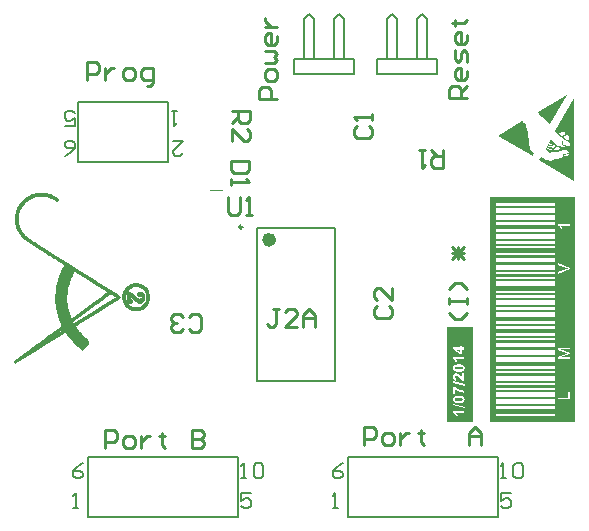
<source format=gto>
%FSLAX24Y24*%
%MOIN*%
G70*
G01*
G75*
G04 Layer_Color=65535*
%ADD10R,0.0433X0.0394*%
%ADD11R,0.0394X0.0433*%
%ADD12R,0.0354X0.0276*%
%ADD13R,0.0276X0.0354*%
%ADD14O,0.0787X0.0236*%
%ADD15C,0.0100*%
%ADD16R,0.0100X0.0200*%
%ADD17R,0.0591X0.0591*%
%ADD18C,0.0591*%
%ADD19C,0.1969*%
%ADD20C,0.0500*%
%ADD21C,0.0098*%
%ADD22C,0.0236*%
%ADD23C,0.0079*%
%ADD24C,0.0039*%
%ADD25C,0.0090*%
%ADD26C,0.0080*%
G36*
X15893Y5827D02*
X15009D01*
Y8993D01*
X15893D01*
Y5827D01*
D02*
G37*
G36*
X19291D02*
X16443D01*
Y13307D01*
X19291D01*
Y5827D01*
D02*
G37*
G36*
X18457Y15742D02*
X18284Y15926D01*
X18215Y15976D01*
X18211D01*
X18200Y15984D01*
X18180Y15988D01*
X18161Y15996D01*
X18142Y16007D01*
X18123Y16015D01*
X18111Y16026D01*
X18107Y16034D01*
X18073Y16115D01*
X18050Y16145D01*
X18057Y16172D01*
X19018Y16726D01*
X18457Y15742D01*
D02*
G37*
G36*
X17527Y15849D02*
X17538Y15838D01*
X17554Y15826D01*
X17573Y15803D01*
X17600Y15776D01*
X17627Y15738D01*
X17658Y15692D01*
X17708Y15450D01*
Y15446D01*
Y15434D01*
X17711Y15415D01*
Y15388D01*
X17715Y15361D01*
X17719Y15323D01*
X17727Y15246D01*
X17738Y15158D01*
X17750Y15073D01*
X17765Y14992D01*
X17777Y14954D01*
X17784Y14923D01*
X17831Y14850D01*
X17915Y14785D01*
X17861Y14681D01*
X16700Y15357D01*
X17519Y15853D01*
X17523D01*
X17527Y15849D01*
D02*
G37*
G36*
X19241Y13854D02*
X18077Y14546D01*
X18138Y14669D01*
X18265Y14596D01*
X18273Y14592D01*
X18292Y14581D01*
X18323Y14569D01*
X18361Y14554D01*
X18403Y14542D01*
X18442Y14535D01*
X18480D01*
X18515Y14542D01*
X18642Y14589D01*
X18676D01*
X18707Y14596D01*
X18745Y14608D01*
X18795Y14623D01*
X18826Y14635D01*
X18861Y14646D01*
X18872Y14658D01*
Y14662D01*
Y14669D01*
Y14685D01*
Y14700D01*
X18880Y14735D01*
X18888Y14746D01*
X18899Y14758D01*
X19091Y14796D01*
Y14800D01*
X19088Y14808D01*
X19084Y14823D01*
X19072Y14838D01*
X19057Y14854D01*
X19034Y14869D01*
X19003Y14881D01*
X18965Y14888D01*
X18922D01*
X18895Y14885D01*
X18861Y14881D01*
X18815Y14869D01*
X18765Y14858D01*
X18684Y14808D01*
X18619Y14838D01*
X18557D01*
X18530Y14831D01*
X18499Y14823D01*
X18465Y14808D01*
X18434Y14785D01*
Y14789D01*
X18430Y14792D01*
X18415Y14815D01*
X18392Y14846D01*
X18353Y14873D01*
X18276Y14912D01*
X18307Y14962D01*
X18399Y14912D01*
X18403Y14904D01*
X18419Y14888D01*
X18442Y14873D01*
X18457Y14869D01*
X18476D01*
X18492Y14873D01*
X18511Y14877D01*
X18538Y14885D01*
X18607D01*
X18649Y14881D01*
X18692Y14873D01*
X18807Y14938D01*
X18703Y14988D01*
X18688D01*
X18672Y14985D01*
X18653Y14977D01*
X18626Y14965D01*
X18599Y14950D01*
X18565Y14927D01*
X18534Y14896D01*
Y14900D01*
X18526Y14904D01*
X18519Y14912D01*
X18503Y14923D01*
X18480Y14931D01*
X18457Y14938D01*
X18423Y14942D01*
X18384Y14946D01*
X18330Y14992D01*
X18346Y15038D01*
X18411Y14988D01*
X18457D01*
X18499Y14981D01*
X18542Y14962D01*
X18584Y14996D01*
X18634Y15015D01*
X18592Y15054D01*
X18561Y15050D01*
Y15046D01*
X18553Y15042D01*
X18538Y15023D01*
X18526Y15015D01*
X18519Y15011D01*
X18507D01*
X18496Y15015D01*
X18415Y15035D01*
X18369Y15065D01*
X18384Y15100D01*
X18388D01*
X18392Y15092D01*
X18419Y15077D01*
X18449Y15061D01*
X18469Y15058D01*
X18484Y15054D01*
X18542Y15077D01*
Y15081D01*
Y15088D01*
X18534Y15104D01*
X18526Y15115D01*
X18515Y15131D01*
X18465Y15096D01*
X18399Y15127D01*
X18461Y15242D01*
X18473D01*
X18484Y15234D01*
X18503Y15223D01*
X18526Y15204D01*
X18553Y15177D01*
X18588Y15138D01*
X18607Y15111D01*
X18626Y15085D01*
X18630D01*
X18638Y15077D01*
X18649Y15073D01*
X18669Y15061D01*
X18715Y15038D01*
X18769Y15015D01*
X18834Y14996D01*
X18895Y14981D01*
X18961Y14977D01*
X18988Y14981D01*
X19015Y14988D01*
X19007Y14992D01*
X18991Y14996D01*
X18965Y15004D01*
X18938Y15015D01*
X18907Y15027D01*
X18880Y15038D01*
X18861Y15050D01*
X18853Y15061D01*
X18849Y15065D01*
X18838Y15085D01*
X18834Y15100D01*
X18830Y15115D01*
Y15138D01*
X18834Y15165D01*
Y15169D01*
X18838Y15177D01*
X18849Y15204D01*
X18868Y15234D01*
X18899Y15261D01*
X18799Y15311D01*
X18622Y15496D01*
Y15534D01*
X19241Y16614D01*
Y13854D01*
D02*
G37*
%LPC*%
G36*
X18608Y8465D02*
X16640D01*
Y8307D01*
X18608D01*
Y8465D01*
D02*
G37*
G36*
Y7992D02*
X16640D01*
Y7835D01*
X18608D01*
Y7992D01*
D02*
G37*
G36*
Y7677D02*
X16640D01*
Y7598D01*
X18608D01*
Y7677D01*
D02*
G37*
G36*
Y8228D02*
X16640D01*
Y8071D01*
X18608D01*
Y8228D01*
D02*
G37*
G36*
X19094Y8293D02*
X18710D01*
Y8224D01*
X18977Y8132D01*
X18992Y8128D01*
X19004Y8123D01*
X19015Y8120D01*
X19024Y8117D01*
X19030Y8115D01*
X19035Y8113D01*
X19038Y8113D01*
X19039Y8112D01*
X19031Y8110D01*
X19022Y8107D01*
X19013Y8104D01*
X19003Y8101D01*
X18995Y8098D01*
X18989Y8096D01*
X18986Y8095D01*
X18984Y8094D01*
X18983Y8094D01*
X18982D01*
X18710Y8003D01*
Y7927D01*
X19094D01*
Y7976D01*
X18767D01*
X19094Y8086D01*
Y8132D01*
X18773Y8244D01*
X19094D01*
Y8293D01*
D02*
G37*
G36*
X18608Y8622D02*
X16640D01*
Y8543D01*
X18608D01*
Y8622D01*
D02*
G37*
G36*
Y9488D02*
X16640D01*
Y9331D01*
X18608D01*
Y9488D01*
D02*
G37*
G36*
Y9646D02*
X16640D01*
Y9567D01*
X18608D01*
Y9646D01*
D02*
G37*
G36*
Y9882D02*
X16640D01*
Y9724D01*
X18608D01*
Y9882D01*
D02*
G37*
G36*
Y8780D02*
X16640D01*
Y8701D01*
X18608D01*
Y8780D01*
D02*
G37*
G36*
Y9016D02*
X16640D01*
Y8937D01*
X18608D01*
Y9016D01*
D02*
G37*
G36*
Y9173D02*
X16640D01*
Y9094D01*
X18608D01*
Y9173D01*
D02*
G37*
G36*
Y7520D02*
X16640D01*
Y7441D01*
X18608D01*
Y7520D01*
D02*
G37*
G36*
X18899Y15503D02*
X18872D01*
X18853Y15500D01*
X18834Y15492D01*
X18807Y15484D01*
X18780Y15469D01*
X18749Y15446D01*
X18834Y15357D01*
X18965Y15430D01*
Y15434D01*
X18961Y15438D01*
X18953Y15461D01*
X18934Y15484D01*
X18918Y15496D01*
X18899Y15503D01*
D02*
G37*
G36*
X18608Y6102D02*
X16640D01*
Y6024D01*
X18608D01*
Y6102D01*
D02*
G37*
G36*
Y6339D02*
X16640D01*
Y6260D01*
X18608D01*
Y6339D01*
D02*
G37*
G36*
X19091Y14758D02*
X19065D01*
X19038Y14754D01*
X19007Y14750D01*
X18972Y14742D01*
X18942Y14735D01*
X18915Y14723D01*
X18899Y14708D01*
Y14677D01*
X18965Y14681D01*
X18968Y14696D01*
X19099Y14735D01*
X19091Y14758D01*
D02*
G37*
G36*
X18949Y15227D02*
X18930D01*
X18907Y15223D01*
X18888Y15211D01*
X18865Y15161D01*
Y15158D01*
Y15146D01*
Y15134D01*
Y15115D01*
X18876Y15085D01*
X18884Y15073D01*
X18899Y15065D01*
X19045Y15011D01*
X19072D01*
X19084Y15015D01*
X19095Y15023D01*
X19103Y15038D01*
X19114Y15061D01*
Y15065D01*
Y15077D01*
X19111Y15092D01*
X19099Y15115D01*
X19084Y15142D01*
X19053Y15169D01*
X19034Y15184D01*
X19011Y15196D01*
X18980Y15211D01*
X18949Y15227D01*
D02*
G37*
G36*
X19018Y15384D02*
X18999D01*
X18984Y15380D01*
X18968Y15377D01*
X18945Y15365D01*
X18918Y15354D01*
X18892Y15334D01*
X18899Y15311D01*
X19022Y15238D01*
X19045D01*
X19068Y15250D01*
X19080Y15257D01*
X19091Y15273D01*
Y15277D01*
Y15288D01*
Y15304D01*
X19088Y15323D01*
X19080Y15342D01*
X19065Y15357D01*
X19045Y15373D01*
X19018Y15384D01*
D02*
G37*
G36*
X18608Y6969D02*
X16640D01*
Y6890D01*
X18608D01*
Y6969D01*
D02*
G37*
G36*
Y7126D02*
X16640D01*
Y7047D01*
X18608D01*
Y7126D01*
D02*
G37*
G36*
Y7362D02*
X16640D01*
Y7205D01*
X18608D01*
Y7362D01*
D02*
G37*
G36*
Y6575D02*
X16640D01*
Y6417D01*
X18608D01*
Y6575D01*
D02*
G37*
G36*
X19094Y6823D02*
X19049D01*
Y6634D01*
X18710D01*
Y6583D01*
X19094D01*
Y6823D01*
D02*
G37*
G36*
X18608Y6811D02*
X16640D01*
Y6654D01*
X18608D01*
Y6811D01*
D02*
G37*
G36*
Y10039D02*
X16640D01*
Y9961D01*
X18608D01*
Y10039D01*
D02*
G37*
G36*
Y13110D02*
X16640D01*
Y13031D01*
X18608D01*
Y13110D01*
D02*
G37*
G36*
X15591Y6193D02*
X15205D01*
Y6132D01*
X15218Y6127D01*
X15230Y6120D01*
X15240Y6113D01*
X15249Y6105D01*
X15257Y6097D01*
X15262Y6091D01*
X15264Y6090D01*
X15265Y6088D01*
X15266Y6087D01*
X15266Y6086D01*
X15276Y6074D01*
X15283Y6062D01*
X15289Y6052D01*
X15294Y6042D01*
X15298Y6035D01*
X15300Y6029D01*
X15301Y6027D01*
X15302Y6025D01*
X15302Y6024D01*
Y6024D01*
X15369D01*
X15361Y6044D01*
X15352Y6062D01*
X15344Y6077D01*
X15339Y6085D01*
X15334Y6091D01*
X15330Y6098D01*
X15326Y6103D01*
X15323Y6108D01*
X15320Y6112D01*
X15317Y6115D01*
X15315Y6117D01*
X15314Y6118D01*
X15313Y6119D01*
X15591D01*
Y6193D01*
D02*
G37*
G36*
X15200Y6429D02*
Y6373D01*
X15597Y6279D01*
Y6333D01*
X15200Y6429D01*
D02*
G37*
G36*
X18608Y12480D02*
X16640D01*
Y12402D01*
X18608D01*
Y12480D01*
D02*
G37*
G36*
Y12717D02*
X16640D01*
Y12559D01*
X18608D01*
Y12717D01*
D02*
G37*
G36*
Y12953D02*
X16640D01*
Y12795D01*
X18608D01*
Y12953D01*
D02*
G37*
G36*
X15412Y6700D02*
X15402D01*
X15382Y6700D01*
X15364Y6699D01*
X15347Y6697D01*
X15331Y6695D01*
X15317Y6692D01*
X15304Y6689D01*
X15293Y6685D01*
X15282Y6682D01*
X15273Y6678D01*
X15266Y6675D01*
X15259Y6672D01*
X15254Y6669D01*
X15251Y6667D01*
X15248Y6665D01*
X15246Y6664D01*
X15245Y6663D01*
X15238Y6657D01*
X15232Y6650D01*
X15227Y6643D01*
X15222Y6636D01*
X15218Y6629D01*
X15215Y6621D01*
X15212Y6614D01*
X15210Y6607D01*
X15209Y6601D01*
X15207Y6595D01*
X15206Y6590D01*
X15206Y6585D01*
X15205Y6581D01*
Y6578D01*
Y6576D01*
Y6576D01*
X15206Y6566D01*
X15207Y6556D01*
X15209Y6547D01*
X15211Y6538D01*
X15214Y6531D01*
X15217Y6524D01*
X15221Y6517D01*
X15225Y6512D01*
X15228Y6506D01*
X15232Y6502D01*
X15235Y6497D01*
X15238Y6495D01*
X15241Y6492D01*
X15243Y6490D01*
X15244Y6489D01*
X15245Y6489D01*
X15254Y6482D01*
X15265Y6476D01*
X15277Y6471D01*
X15289Y6467D01*
X15302Y6464D01*
X15315Y6461D01*
X15341Y6456D01*
X15353Y6454D01*
X15364Y6453D01*
X15374Y6452D01*
X15383Y6452D01*
X15390Y6451D01*
X15401D01*
X15421Y6452D01*
X15440Y6453D01*
X15456Y6454D01*
X15472Y6457D01*
X15486Y6459D01*
X15498Y6462D01*
X15509Y6465D01*
X15519Y6468D01*
X15528Y6471D01*
X15536Y6475D01*
X15541Y6478D01*
X15546Y6480D01*
X15550Y6482D01*
X15553Y6484D01*
X15554Y6485D01*
X15555Y6485D01*
X15562Y6492D01*
X15569Y6499D01*
X15575Y6506D01*
X15579Y6514D01*
X15584Y6521D01*
X15587Y6529D01*
X15590Y6537D01*
X15592Y6544D01*
X15594Y6550D01*
X15595Y6557D01*
X15596Y6562D01*
X15597Y6567D01*
Y6571D01*
X15598Y6574D01*
Y6575D01*
Y6576D01*
X15597Y6586D01*
X15596Y6596D01*
X15594Y6605D01*
X15591Y6613D01*
X15588Y6620D01*
X15585Y6628D01*
X15582Y6634D01*
X15578Y6640D01*
X15574Y6645D01*
X15571Y6650D01*
X15568Y6654D01*
X15564Y6657D01*
X15562Y6660D01*
X15560Y6661D01*
X15559Y6662D01*
X15558Y6662D01*
X15549Y6669D01*
X15538Y6675D01*
X15526Y6680D01*
X15514Y6685D01*
X15501Y6688D01*
X15488Y6691D01*
X15462Y6696D01*
X15450Y6698D01*
X15438Y6699D01*
X15429Y6699D01*
X15419Y6700D01*
X15412Y6700D01*
D02*
G37*
G36*
Y7745D02*
X15402D01*
X15382Y7744D01*
X15364Y7743D01*
X15347Y7741D01*
X15331Y7739D01*
X15317Y7736D01*
X15304Y7733D01*
X15293Y7729D01*
X15282Y7726D01*
X15273Y7722D01*
X15266Y7719D01*
X15259Y7716D01*
X15254Y7713D01*
X15251Y7711D01*
X15248Y7709D01*
X15246Y7708D01*
X15245Y7707D01*
X15238Y7701D01*
X15232Y7694D01*
X15227Y7687D01*
X15222Y7680D01*
X15218Y7673D01*
X15215Y7666D01*
X15212Y7659D01*
X15210Y7652D01*
X15209Y7645D01*
X15207Y7639D01*
X15206Y7634D01*
X15206Y7629D01*
X15205Y7625D01*
Y7622D01*
Y7621D01*
Y7620D01*
X15206Y7610D01*
X15207Y7600D01*
X15209Y7591D01*
X15211Y7583D01*
X15214Y7575D01*
X15217Y7568D01*
X15221Y7562D01*
X15225Y7556D01*
X15228Y7550D01*
X15232Y7546D01*
X15235Y7542D01*
X15238Y7539D01*
X15241Y7536D01*
X15243Y7534D01*
X15244Y7534D01*
X15245Y7533D01*
X15254Y7526D01*
X15265Y7521D01*
X15277Y7515D01*
X15289Y7511D01*
X15302Y7508D01*
X15315Y7505D01*
X15341Y7500D01*
X15353Y7498D01*
X15364Y7497D01*
X15374Y7497D01*
X15383Y7496D01*
X15390Y7495D01*
X15401D01*
X15421Y7496D01*
X15440Y7497D01*
X15456Y7498D01*
X15472Y7501D01*
X15486Y7503D01*
X15498Y7506D01*
X15509Y7510D01*
X15519Y7512D01*
X15528Y7515D01*
X15536Y7519D01*
X15541Y7522D01*
X15546Y7524D01*
X15550Y7526D01*
X15553Y7528D01*
X15554Y7529D01*
X15555Y7529D01*
X15562Y7536D01*
X15569Y7543D01*
X15575Y7550D01*
X15579Y7558D01*
X15584Y7566D01*
X15587Y7573D01*
X15590Y7581D01*
X15592Y7588D01*
X15594Y7594D01*
X15595Y7601D01*
X15596Y7606D01*
X15597Y7611D01*
Y7615D01*
X15598Y7618D01*
Y7620D01*
Y7620D01*
X15597Y7630D01*
X15596Y7640D01*
X15594Y7649D01*
X15591Y7657D01*
X15588Y7665D01*
X15585Y7672D01*
X15582Y7679D01*
X15578Y7684D01*
X15574Y7690D01*
X15571Y7694D01*
X15568Y7698D01*
X15564Y7701D01*
X15562Y7704D01*
X15560Y7705D01*
X15559Y7706D01*
X15558Y7707D01*
X15549Y7713D01*
X15538Y7719D01*
X15526Y7724D01*
X15514Y7729D01*
X15501Y7732D01*
X15488Y7735D01*
X15462Y7740D01*
X15450Y7742D01*
X15438Y7743D01*
X15429Y7744D01*
X15419Y7744D01*
X15412Y7745D01*
D02*
G37*
G36*
X15591Y7983D02*
X15205D01*
Y7923D01*
X15218Y7917D01*
X15230Y7910D01*
X15240Y7903D01*
X15249Y7895D01*
X15257Y7887D01*
X15262Y7882D01*
X15264Y7880D01*
X15265Y7878D01*
X15266Y7877D01*
X15266Y7876D01*
X15276Y7864D01*
X15283Y7852D01*
X15289Y7842D01*
X15294Y7832D01*
X15298Y7825D01*
X15300Y7819D01*
X15301Y7817D01*
X15302Y7815D01*
X15302Y7814D01*
Y7814D01*
X15369D01*
X15361Y7834D01*
X15352Y7852D01*
X15344Y7868D01*
X15339Y7875D01*
X15334Y7882D01*
X15330Y7888D01*
X15326Y7893D01*
X15323Y7898D01*
X15320Y7902D01*
X15317Y7905D01*
X15315Y7907D01*
X15314Y7908D01*
X15313Y7909D01*
X15591D01*
Y7983D01*
D02*
G37*
G36*
X15513Y8355D02*
X15449D01*
Y8308D01*
X15205D01*
Y8246D01*
X15450Y8079D01*
X15513D01*
Y8237D01*
X15591D01*
Y8308D01*
X15513D01*
Y8355D01*
D02*
G37*
G36*
X15265Y7001D02*
X15212D01*
Y6750D01*
X15280D01*
Y6916D01*
X15306Y6898D01*
X15331Y6882D01*
X15357Y6868D01*
X15368Y6861D01*
X15379Y6856D01*
X15390Y6851D01*
X15399Y6846D01*
X15408Y6843D01*
X15415Y6840D01*
X15421Y6837D01*
X15426Y6835D01*
X15428Y6834D01*
X15429Y6834D01*
X15444Y6829D01*
X15460Y6823D01*
X15475Y6819D01*
X15489Y6816D01*
X15503Y6813D01*
X15516Y6810D01*
X15529Y6808D01*
X15541Y6806D01*
X15551Y6805D01*
X15561Y6803D01*
X15569Y6802D01*
X15577Y6802D01*
X15583D01*
X15587Y6801D01*
X15591D01*
Y6872D01*
X15571Y6872D01*
X15551Y6874D01*
X15532Y6877D01*
X15523Y6878D01*
X15515Y6880D01*
X15506Y6881D01*
X15499Y6883D01*
X15492Y6884D01*
X15486Y6886D01*
X15482Y6886D01*
X15479Y6888D01*
X15476Y6888D01*
X15476D01*
X15452Y6895D01*
X15429Y6903D01*
X15419Y6907D01*
X15409Y6911D01*
X15399Y6915D01*
X15390Y6919D01*
X15382Y6923D01*
X15375Y6926D01*
X15369Y6929D01*
X15364Y6932D01*
X15359Y6934D01*
X15356Y6936D01*
X15354Y6937D01*
X15354Y6937D01*
X15343Y6943D01*
X15333Y6950D01*
X15324Y6956D01*
X15316Y6961D01*
X15308Y6967D01*
X15300Y6972D01*
X15294Y6977D01*
X15288Y6981D01*
X15283Y6985D01*
X15278Y6989D01*
X15274Y6993D01*
X15271Y6996D01*
X15269Y6998D01*
X15266Y7000D01*
X15266Y7001D01*
X15265Y7001D01*
D02*
G37*
G36*
X15200Y7175D02*
Y7119D01*
X15597Y7025D01*
Y7079D01*
X15200Y7175D01*
D02*
G37*
G36*
X15591Y7446D02*
X15522D01*
Y7299D01*
X15515Y7304D01*
X15509Y7309D01*
X15506Y7311D01*
X15504Y7312D01*
X15503Y7314D01*
X15502Y7314D01*
X15500Y7316D01*
X15498Y7319D01*
X15491Y7325D01*
X15484Y7332D01*
X15477Y7340D01*
X15470Y7347D01*
X15465Y7353D01*
X15462Y7354D01*
X15461Y7356D01*
X15460Y7357D01*
X15460Y7358D01*
X15448Y7370D01*
X15438Y7380D01*
X15430Y7389D01*
X15423Y7395D01*
X15417Y7401D01*
X15413Y7404D01*
X15411Y7406D01*
X15410Y7407D01*
X15401Y7414D01*
X15392Y7420D01*
X15384Y7425D01*
X15376Y7429D01*
X15371Y7432D01*
X15366Y7435D01*
X15363Y7436D01*
X15362Y7436D01*
X15353Y7439D01*
X15344Y7442D01*
X15335Y7443D01*
X15328Y7445D01*
X15321Y7445D01*
X15316Y7446D01*
X15312D01*
X15304Y7445D01*
X15296Y7445D01*
X15281Y7440D01*
X15268Y7435D01*
X15257Y7429D01*
X15248Y7424D01*
X15244Y7421D01*
X15241Y7418D01*
X15239Y7416D01*
X15237Y7414D01*
X15237Y7414D01*
X15236Y7413D01*
X15231Y7407D01*
X15226Y7400D01*
X15221Y7393D01*
X15218Y7386D01*
X15213Y7370D01*
X15209Y7356D01*
X15207Y7349D01*
X15207Y7343D01*
X15206Y7338D01*
X15206Y7333D01*
X15205Y7329D01*
Y7326D01*
Y7324D01*
Y7323D01*
Y7314D01*
X15206Y7305D01*
X15209Y7288D01*
X15214Y7274D01*
X15216Y7267D01*
X15218Y7261D01*
X15221Y7256D01*
X15223Y7251D01*
X15226Y7247D01*
X15228Y7244D01*
X15230Y7241D01*
X15231Y7239D01*
X15231Y7238D01*
X15232Y7237D01*
X15237Y7232D01*
X15243Y7226D01*
X15250Y7221D01*
X15257Y7216D01*
X15271Y7209D01*
X15285Y7204D01*
X15292Y7202D01*
X15299Y7201D01*
X15304Y7199D01*
X15309Y7198D01*
X15313Y7197D01*
X15316D01*
X15319Y7197D01*
X15319D01*
X15326Y7270D01*
X15315Y7271D01*
X15305Y7273D01*
X15297Y7276D01*
X15291Y7278D01*
X15286Y7281D01*
X15283Y7283D01*
X15280Y7284D01*
X15280Y7285D01*
X15275Y7291D01*
X15272Y7297D01*
X15269Y7303D01*
X15268Y7309D01*
X15266Y7314D01*
X15266Y7318D01*
Y7321D01*
Y7322D01*
X15266Y7330D01*
X15268Y7338D01*
X15270Y7344D01*
X15272Y7349D01*
X15275Y7353D01*
X15277Y7356D01*
X15279Y7358D01*
X15279Y7359D01*
X15285Y7363D01*
X15291Y7366D01*
X15297Y7369D01*
X15303Y7370D01*
X15309Y7371D01*
X15313Y7372D01*
X15317D01*
X15326Y7371D01*
X15334Y7370D01*
X15341Y7367D01*
X15348Y7364D01*
X15354Y7362D01*
X15358Y7359D01*
X15361Y7357D01*
X15362Y7357D01*
X15366Y7354D01*
X15370Y7351D01*
X15374Y7347D01*
X15379Y7342D01*
X15389Y7332D01*
X15400Y7322D01*
X15409Y7312D01*
X15414Y7307D01*
X15417Y7304D01*
X15420Y7300D01*
X15423Y7298D01*
X15424Y7296D01*
X15425Y7295D01*
X15436Y7284D01*
X15445Y7274D01*
X15455Y7265D01*
X15464Y7256D01*
X15472Y7249D01*
X15479Y7242D01*
X15486Y7236D01*
X15493Y7230D01*
X15498Y7226D01*
X15503Y7222D01*
X15507Y7219D01*
X15511Y7216D01*
X15514Y7215D01*
X15516Y7214D01*
X15517Y7212D01*
X15517D01*
X15530Y7205D01*
X15543Y7200D01*
X15555Y7195D01*
X15567Y7192D01*
X15577Y7190D01*
X15581Y7190D01*
X15584Y7189D01*
X15586Y7188D01*
X15589Y7188D01*
X15591D01*
Y7446D01*
D02*
G37*
G36*
X18608Y10827D02*
X16640D01*
Y10748D01*
X18608D01*
Y10827D01*
D02*
G37*
G36*
X18710Y11119D02*
Y11068D01*
X18989Y10964D01*
X19001Y10960D01*
X19013Y10955D01*
X19023Y10952D01*
X19032Y10949D01*
X19041Y10947D01*
X19047Y10945D01*
X19049Y10944D01*
X19051Y10944D01*
X19052Y10943D01*
X19052D01*
X19030Y10937D01*
X19020Y10933D01*
X19010Y10930D01*
X19001Y10927D01*
X18995Y10925D01*
X18993Y10924D01*
X18991Y10923D01*
X18990Y10923D01*
X18989D01*
X18710Y10823D01*
Y10768D01*
X19094Y10917D01*
Y10969D01*
X18710Y11119D01*
D02*
G37*
G36*
X18608Y11063D02*
X16640D01*
Y10905D01*
X18608D01*
Y11063D01*
D02*
G37*
G36*
Y10512D02*
X16640D01*
Y10354D01*
X18608D01*
Y10512D01*
D02*
G37*
G36*
Y10197D02*
X16640D01*
Y10118D01*
X18608D01*
Y10197D01*
D02*
G37*
G36*
Y10669D02*
X16640D01*
Y10591D01*
X18608D01*
Y10669D01*
D02*
G37*
G36*
Y11299D02*
X16640D01*
Y11142D01*
X18608D01*
Y11299D01*
D02*
G37*
G36*
Y12087D02*
X16640D01*
Y11929D01*
X18608D01*
Y12087D01*
D02*
G37*
G36*
Y12244D02*
X16640D01*
Y12165D01*
X18608D01*
Y12244D01*
D02*
G37*
G36*
X19094Y12413D02*
X18708D01*
Y12382D01*
X18718Y12377D01*
X18727Y12370D01*
X18736Y12363D01*
X18744Y12356D01*
X18751Y12350D01*
X18756Y12345D01*
X18759Y12341D01*
X18760Y12341D01*
X18760Y12340D01*
X18770Y12329D01*
X18779Y12317D01*
X18786Y12305D01*
X18793Y12295D01*
X18798Y12286D01*
X18800Y12281D01*
X18801Y12278D01*
X18803Y12276D01*
X18804Y12273D01*
X18805Y12272D01*
Y12272D01*
X18851D01*
X18848Y12280D01*
X18844Y12288D01*
X18840Y12297D01*
X18836Y12304D01*
X18832Y12311D01*
X18829Y12316D01*
X18827Y12319D01*
X18827Y12320D01*
Y12321D01*
X18821Y12331D01*
X18814Y12339D01*
X18809Y12347D01*
X18804Y12353D01*
X18800Y12359D01*
X18797Y12363D01*
X18794Y12365D01*
X18794Y12366D01*
X19094D01*
Y12413D01*
D02*
G37*
G36*
X18608Y11850D02*
X16640D01*
Y11772D01*
X18608D01*
Y11850D01*
D02*
G37*
G36*
Y11457D02*
X16640D01*
Y11378D01*
X18608D01*
Y11457D01*
D02*
G37*
G36*
Y11693D02*
X16640D01*
Y11614D01*
X18608D01*
Y11693D01*
D02*
G37*
%LPD*%
G36*
X15449Y8148D02*
X15317Y8237D01*
X15449D01*
Y8148D01*
D02*
G37*
G36*
X15425Y6622D02*
X15436D01*
X15445Y6621D01*
X15454Y6621D01*
X15462Y6620D01*
X15469Y6620D01*
X15475Y6619D01*
X15481Y6618D01*
X15485Y6617D01*
X15489Y6617D01*
X15492Y6616D01*
X15495Y6616D01*
X15497D01*
X15498Y6615D01*
X15498D01*
X15506Y6613D01*
X15512Y6610D01*
X15517Y6607D01*
X15522Y6605D01*
X15524Y6602D01*
X15527Y6600D01*
X15528Y6599D01*
X15529Y6599D01*
X15531Y6595D01*
X15533Y6591D01*
X15536Y6583D01*
X15536Y6581D01*
X15537Y6578D01*
Y6576D01*
Y6576D01*
X15536Y6571D01*
X15536Y6567D01*
X15534Y6562D01*
X15533Y6559D01*
X15531Y6556D01*
X15530Y6554D01*
X15529Y6552D01*
X15529Y6552D01*
X15524Y6548D01*
X15520Y6545D01*
X15515Y6543D01*
X15509Y6540D01*
X15503Y6538D01*
X15499Y6537D01*
X15496Y6536D01*
X15495Y6535D01*
X15490Y6534D01*
X15483Y6533D01*
X15477Y6533D01*
X15469Y6532D01*
X15454Y6531D01*
X15438Y6530D01*
X15424D01*
X15418Y6529D01*
X15389D01*
X15378Y6530D01*
X15368D01*
X15358Y6530D01*
X15349Y6531D01*
X15341Y6531D01*
X15334Y6532D01*
X15328Y6533D01*
X15323Y6533D01*
X15318Y6534D01*
X15314Y6534D01*
X15310Y6535D01*
X15308Y6535D01*
X15306Y6536D01*
X15305D01*
X15297Y6538D01*
X15291Y6541D01*
X15286Y6544D01*
X15282Y6546D01*
X15279Y6548D01*
X15276Y6550D01*
X15275Y6551D01*
X15275Y6552D01*
X15272Y6556D01*
X15269Y6560D01*
X15268Y6564D01*
X15267Y6568D01*
X15266Y6571D01*
X15266Y6574D01*
Y6575D01*
Y6576D01*
X15266Y6581D01*
X15267Y6585D01*
X15269Y6589D01*
X15270Y6592D01*
X15272Y6595D01*
X15273Y6597D01*
X15274Y6598D01*
X15275Y6599D01*
X15279Y6602D01*
X15283Y6606D01*
X15295Y6611D01*
X15300Y6613D01*
X15304Y6614D01*
X15307Y6616D01*
X15309D01*
X15314Y6617D01*
X15320Y6618D01*
X15327Y6619D01*
X15334Y6620D01*
X15349Y6621D01*
X15365Y6622D01*
X15379D01*
X15385Y6623D01*
X15414D01*
X15425Y6622D01*
D02*
G37*
G36*
Y7666D02*
X15436D01*
X15445Y7666D01*
X15454Y7665D01*
X15462Y7665D01*
X15469Y7664D01*
X15475Y7663D01*
X15481Y7662D01*
X15485Y7662D01*
X15489Y7661D01*
X15492Y7660D01*
X15495Y7660D01*
X15497D01*
X15498Y7659D01*
X15498D01*
X15506Y7657D01*
X15512Y7654D01*
X15517Y7652D01*
X15522Y7649D01*
X15524Y7646D01*
X15527Y7645D01*
X15528Y7643D01*
X15529Y7643D01*
X15531Y7639D01*
X15533Y7635D01*
X15536Y7628D01*
X15536Y7625D01*
X15537Y7622D01*
Y7621D01*
Y7620D01*
X15536Y7615D01*
X15536Y7611D01*
X15534Y7607D01*
X15533Y7603D01*
X15531Y7600D01*
X15530Y7598D01*
X15529Y7597D01*
X15529Y7596D01*
X15524Y7593D01*
X15520Y7589D01*
X15515Y7587D01*
X15509Y7584D01*
X15503Y7582D01*
X15499Y7581D01*
X15496Y7580D01*
X15495Y7580D01*
X15490Y7579D01*
X15483Y7577D01*
X15477Y7577D01*
X15469Y7576D01*
X15454Y7575D01*
X15438Y7574D01*
X15424D01*
X15418Y7573D01*
X15389D01*
X15378Y7574D01*
X15368D01*
X15358Y7574D01*
X15349Y7575D01*
X15341Y7576D01*
X15334Y7576D01*
X15328Y7577D01*
X15323Y7577D01*
X15318Y7578D01*
X15314Y7579D01*
X15310Y7579D01*
X15308Y7580D01*
X15306Y7580D01*
X15305D01*
X15297Y7583D01*
X15291Y7585D01*
X15286Y7588D01*
X15282Y7590D01*
X15279Y7593D01*
X15276Y7594D01*
X15275Y7596D01*
X15275Y7596D01*
X15272Y7600D01*
X15269Y7604D01*
X15268Y7608D01*
X15267Y7612D01*
X15266Y7615D01*
X15266Y7618D01*
Y7620D01*
Y7620D01*
X15266Y7625D01*
X15267Y7629D01*
X15269Y7633D01*
X15270Y7636D01*
X15272Y7639D01*
X15273Y7641D01*
X15274Y7642D01*
X15275Y7643D01*
X15279Y7646D01*
X15283Y7650D01*
X15295Y7655D01*
X15300Y7658D01*
X15304Y7659D01*
X15307Y7660D01*
X15309D01*
X15314Y7661D01*
X15320Y7662D01*
X15327Y7663D01*
X15334Y7664D01*
X15349Y7665D01*
X15365Y7666D01*
X15379D01*
X15385Y7667D01*
X15414D01*
X15425Y7666D01*
D02*
G37*
D15*
X15579Y11654D02*
X15179Y11254D01*
Y11654D02*
X15579Y11254D01*
X15379Y11654D02*
Y11254D01*
X15179Y11454D02*
X15579D01*
X15079Y10254D02*
X15279Y10454D01*
X15479D01*
X15679Y10254D01*
Y9954D02*
Y9754D01*
Y9854D01*
X15079D01*
Y9954D01*
Y9754D01*
Y9454D02*
X15279Y9254D01*
X15479D01*
X15679Y9454D01*
X12020Y15675D02*
X11920Y15575D01*
Y15376D01*
X12020Y15276D01*
X12420D01*
X12520Y15376D01*
Y15575D01*
X12420Y15675D01*
X12520Y15875D02*
Y16075D01*
Y15975D01*
X11920D01*
X12020Y15875D01*
X12689Y9691D02*
X12589Y9591D01*
Y9391D01*
X12689Y9291D01*
X13089D01*
X13189Y9391D01*
Y9591D01*
X13089Y9691D01*
X13189Y10291D02*
Y9891D01*
X12789Y10291D01*
X12689D01*
X12589Y10191D01*
Y9991D01*
X12689Y9891D01*
X6411Y8910D02*
X6511Y8810D01*
X6711D01*
X6811Y8910D01*
Y9309D01*
X6711Y9409D01*
X6511D01*
X6411Y9309D01*
X6211Y8910D02*
X6111Y8810D01*
X5911D01*
X5811Y8910D01*
Y9010D01*
X5911Y9110D01*
X6011D01*
X5911D01*
X5811Y9210D01*
Y9309D01*
X5911Y9409D01*
X6111D01*
X6211Y9309D01*
X8394Y14528D02*
X7794D01*
Y14228D01*
X7894Y14128D01*
X8294D01*
X8394Y14228D01*
Y14528D01*
X7794Y13929D02*
Y13729D01*
Y13829D01*
X8394D01*
X8294Y13929D01*
X12228Y5039D02*
Y5639D01*
X12528D01*
X12628Y5539D01*
Y5339D01*
X12528Y5239D01*
X12228D01*
X12928Y5039D02*
X13128D01*
X13228Y5139D01*
Y5339D01*
X13128Y5439D01*
X12928D01*
X12828Y5339D01*
Y5139D01*
X12928Y5039D01*
X13428Y5439D02*
Y5039D01*
Y5239D01*
X13528Y5339D01*
X13628Y5439D01*
X13728D01*
X14128Y5539D02*
Y5439D01*
X14028D01*
X14228D01*
X14128D01*
Y5139D01*
X14228Y5039D01*
X15727D02*
Y5439D01*
X15927Y5639D01*
X16127Y5439D01*
Y5039D01*
Y5339D01*
X15727D01*
X3622Y4961D02*
Y5560D01*
X3922D01*
X4022Y5460D01*
Y5261D01*
X3922Y5161D01*
X3622D01*
X4322Y4961D02*
X4522D01*
X4622Y5061D01*
Y5261D01*
X4522Y5361D01*
X4322D01*
X4222Y5261D01*
Y5061D01*
X4322Y4961D01*
X4822Y5361D02*
Y4961D01*
Y5161D01*
X4922Y5261D01*
X5022Y5361D01*
X5122D01*
X5521Y5460D02*
Y5361D01*
X5421D01*
X5621D01*
X5521D01*
Y5061D01*
X5621Y4961D01*
X6521Y5560D02*
Y4961D01*
X6821D01*
X6921Y5061D01*
Y5161D01*
X6821Y5261D01*
X6521D01*
X6821D01*
X6921Y5361D01*
Y5460D01*
X6821Y5560D01*
X6521D01*
X9353Y16580D02*
X8753D01*
Y16879D01*
X8853Y16979D01*
X9053D01*
X9153Y16879D01*
Y16580D01*
X9353Y17279D02*
Y17479D01*
X9253Y17579D01*
X9053D01*
X8953Y17479D01*
Y17279D01*
X9053Y17179D01*
X9253D01*
X9353Y17279D01*
X8953Y17779D02*
X9253D01*
X9353Y17879D01*
X9253Y17979D01*
X9353Y18079D01*
X9253Y18179D01*
X8953D01*
X9353Y18679D02*
Y18479D01*
X9253Y18379D01*
X9053D01*
X8953Y18479D01*
Y18679D01*
X9053Y18779D01*
X9153D01*
Y18379D01*
X8953Y18979D02*
X9353D01*
X9153D01*
X9053Y19079D01*
X8953Y19179D01*
Y19279D01*
X3008Y17206D02*
Y17806D01*
X3308D01*
X3408Y17706D01*
Y17506D01*
X3308Y17406D01*
X3008D01*
X3608Y17606D02*
Y17206D01*
Y17406D01*
X3708Y17506D01*
X3808Y17606D01*
X3908D01*
X4307Y17206D02*
X4507D01*
X4607Y17306D01*
Y17506D01*
X4507Y17606D01*
X4307D01*
X4207Y17506D01*
Y17306D01*
X4307Y17206D01*
X5007Y17006D02*
X5107D01*
X5207Y17106D01*
Y17606D01*
X4907D01*
X4807Y17506D01*
Y17306D01*
X4907Y17206D01*
X5207D01*
X14882Y14882D02*
Y14282D01*
X14582D01*
X14482Y14382D01*
Y14582D01*
X14582Y14682D01*
X14882D01*
X14682D02*
X14482Y14882D01*
X14282D02*
X14082D01*
X14182D01*
Y14282D01*
X14282Y14382D01*
X7844Y16199D02*
X8444D01*
Y15899D01*
X8344Y15799D01*
X8144D01*
X8044Y15899D01*
Y16199D01*
Y15999D02*
X7844Y15799D01*
Y15199D02*
Y15599D01*
X8244Y15199D01*
X8344D01*
X8444Y15299D01*
Y15499D01*
X8344Y15599D01*
X15672Y16625D02*
X15073D01*
Y16925D01*
X15173Y17025D01*
X15373D01*
X15473Y16925D01*
Y16625D01*
Y16825D02*
X15672Y17025D01*
Y17525D02*
Y17325D01*
X15572Y17225D01*
X15373D01*
X15273Y17325D01*
Y17525D01*
X15373Y17625D01*
X15473D01*
Y17225D01*
X15672Y17825D02*
Y18125D01*
X15572Y18225D01*
X15473Y18125D01*
Y17925D01*
X15373Y17825D01*
X15273Y17925D01*
Y18225D01*
X15672Y18725D02*
Y18525D01*
X15572Y18425D01*
X15373D01*
X15273Y18525D01*
Y18725D01*
X15373Y18824D01*
X15473D01*
Y18425D01*
X15173Y19124D02*
X15273D01*
Y19024D01*
Y19224D01*
Y19124D01*
X15572D01*
X15672Y19224D01*
X7722Y13317D02*
Y12817D01*
X7822Y12717D01*
X8022D01*
X8122Y12817D01*
Y13317D01*
X8322Y12717D02*
X8522D01*
X8422D01*
Y13317D01*
X8322Y13217D01*
X9416Y9576D02*
X9216D01*
X9316D01*
Y9076D01*
X9216Y8976D01*
X9116D01*
X9016Y9076D01*
X10015Y8976D02*
X9616D01*
X10015Y9376D01*
Y9476D01*
X9915Y9576D01*
X9716D01*
X9616Y9476D01*
X10215Y8976D02*
Y9376D01*
X10415Y9576D01*
X10615Y9376D01*
Y8976D01*
Y9276D01*
X10215D01*
D21*
X8186Y12317D02*
G03*
X8186Y12317I-49J0D01*
G01*
D22*
X9200Y11898D02*
G03*
X9200Y11898I-118J0D01*
G01*
D23*
X3043Y4650D02*
X8043D01*
Y2650D02*
Y4650D01*
X3043Y2650D02*
X8043D01*
X3043D02*
Y4650D01*
X11705D02*
X16705D01*
Y2650D02*
Y4650D01*
X11705Y2650D02*
X16705D01*
X11705D02*
Y4650D01*
X8688Y7173D02*
Y12291D01*
X11287Y7173D02*
Y12291D01*
X8688D02*
X11287D01*
X8688Y7173D02*
X11287D01*
X12673Y17929D02*
X14673D01*
X12673Y17429D02*
Y17929D01*
X14673Y17429D02*
Y17929D01*
X12673Y17429D02*
X14673D01*
X14340Y17929D02*
Y19262D01*
X14173Y19429D02*
X14340Y19262D01*
X14007D02*
X14173Y19429D01*
X14007Y17929D02*
Y19262D01*
X13340Y17929D02*
Y19262D01*
X13173Y19429D02*
X13340Y19262D01*
X13007D02*
X13173Y19429D01*
X13007Y17929D02*
Y19262D01*
X9917Y17929D02*
X11917D01*
X9917Y17429D02*
Y17929D01*
X11917Y17429D02*
Y17929D01*
X9917Y17429D02*
X11917D01*
X11584Y17929D02*
Y19262D01*
X11417Y19429D02*
X11584Y19262D01*
X11251D02*
X11417Y19429D01*
X11251Y17929D02*
Y19262D01*
X10584Y17929D02*
Y19262D01*
X10417Y19429D02*
X10584Y19262D01*
X10251D02*
X10417Y19429D01*
X10251Y17929D02*
Y19262D01*
X2700Y16500D02*
X4617D01*
X2700D02*
X5700D01*
X2700Y14500D02*
X5700D01*
Y16500D01*
X2700Y14500D02*
Y16500D01*
D24*
X7120Y13554D02*
X7514D01*
D25*
X5043Y9895D02*
Y10095D01*
X5023Y9815D02*
Y10175D01*
X5003Y10095D02*
Y10215D01*
Y9795D02*
Y9895D01*
X4983Y10155D02*
Y10235D01*
Y9755D02*
Y9835D01*
X4963Y10195D02*
Y10275D01*
Y9735D02*
Y9815D01*
X4943Y10215D02*
Y10295D01*
Y9695D02*
Y9775D01*
X4923Y10255D02*
Y10315D01*
Y9675D02*
Y9755D01*
X4903Y10275D02*
Y10315D01*
Y9675D02*
Y9715D01*
X4883Y10295D02*
Y10335D01*
Y9895D02*
Y10055D01*
Y9655D02*
Y9695D01*
X4863Y10295D02*
Y10355D01*
Y9875D02*
Y10095D01*
Y9635D02*
Y9695D01*
X4843Y10315D02*
Y10355D01*
Y10055D02*
Y10115D01*
Y9855D02*
Y9935D01*
Y9635D02*
Y9675D01*
X4823Y10335D02*
Y10375D01*
Y10055D02*
Y10115D01*
Y9855D02*
Y9915D01*
Y9615D02*
Y9655D01*
X4803Y10335D02*
Y10395D01*
Y10075D02*
Y10135D01*
Y9835D02*
Y9915D01*
Y9615D02*
Y9655D01*
X4783Y10355D02*
Y10395D01*
Y10075D02*
Y10135D01*
Y9835D02*
Y9915D01*
Y9595D02*
Y9635D01*
X4763Y10355D02*
Y10395D01*
Y10055D02*
Y10135D01*
Y9835D02*
Y9895D01*
Y9595D02*
Y9635D01*
X4743Y10355D02*
Y10395D01*
Y10055D02*
Y10135D01*
Y9835D02*
Y9895D01*
Y9595D02*
Y9635D01*
X4723Y10375D02*
Y10415D01*
Y10055D02*
Y10135D01*
Y9835D02*
Y9915D01*
Y9595D02*
Y9635D01*
X4703Y10375D02*
Y10415D01*
Y9835D02*
Y9915D01*
Y9575D02*
Y9615D01*
X4683Y10375D02*
Y10415D01*
Y9855D02*
Y9915D01*
Y9575D02*
Y9615D01*
X4663Y10375D02*
Y10415D01*
Y9855D02*
Y9935D01*
Y9575D02*
Y9615D01*
X4643Y10375D02*
Y10415D01*
Y9875D02*
Y9955D01*
Y9575D02*
Y9615D01*
X4623Y10375D02*
Y10415D01*
Y9895D02*
Y9955D01*
Y9575D02*
Y9615D01*
X4603Y10375D02*
Y10415D01*
Y9915D02*
Y9975D01*
Y9575D02*
Y9615D01*
X4583Y10375D02*
Y10415D01*
Y9935D02*
Y9995D01*
Y9575D02*
Y9615D01*
X4563Y10375D02*
Y10415D01*
Y9955D02*
Y10015D01*
Y9575D02*
Y9615D01*
X4543Y10375D02*
Y10415D01*
Y9975D02*
Y10035D01*
Y9595D02*
Y9635D01*
X4523Y10355D02*
Y10395D01*
Y9995D02*
Y10055D01*
Y9595D02*
Y9635D01*
X4503Y10355D02*
Y10395D01*
Y10015D02*
Y10075D01*
Y9595D02*
Y9635D01*
X4483Y10355D02*
Y10395D01*
Y10035D02*
Y10095D01*
Y9835D02*
Y9855D01*
Y9595D02*
Y9635D01*
X4463Y10335D02*
Y10395D01*
Y10055D02*
Y10095D01*
Y9835D02*
Y9875D01*
Y9615D02*
Y9655D01*
X4443Y10335D02*
Y10375D01*
Y10075D02*
Y10115D01*
Y9835D02*
Y9875D01*
Y9615D02*
Y9655D01*
X4423Y10315D02*
Y10355D01*
Y10075D02*
Y10135D01*
Y9835D02*
Y9895D01*
Y9635D02*
Y9675D01*
X4403Y10295D02*
Y10355D01*
Y9835D02*
Y10135D01*
Y9635D02*
Y9695D01*
X4383Y10295D02*
Y10335D01*
Y9835D02*
Y10155D01*
Y9655D02*
Y9695D01*
X4363Y10275D02*
Y10315D01*
Y9835D02*
Y10155D01*
Y9675D02*
Y9715D01*
X4343Y10235D02*
Y10315D01*
Y9675D02*
Y9755D01*
X4323Y10215D02*
Y10295D01*
Y9695D02*
Y9775D01*
X4303Y10175D02*
Y10255D01*
Y9735D02*
Y9815D01*
X4283Y10155D02*
Y10235D01*
Y9755D02*
Y9835D01*
X4263Y10075D02*
Y10195D01*
Y9795D02*
Y9895D01*
X4243Y9815D02*
Y10175D01*
X4223Y9915D02*
Y10095D01*
X4083Y9975D02*
Y9995D01*
X4063Y9975D02*
Y9995D01*
X4043Y9955D02*
Y10015D01*
X4023Y9995D02*
Y10035D01*
Y9955D02*
Y9975D01*
X4003Y10015D02*
Y10035D01*
Y9935D02*
Y9975D01*
X3983Y10015D02*
Y10055D01*
Y9915D02*
Y9955D01*
X3963Y10035D02*
Y10075D01*
Y9915D02*
Y9935D01*
X3943Y10055D02*
Y10075D01*
Y9895D02*
Y9935D01*
X3923Y10055D02*
Y10095D01*
Y9875D02*
Y9915D01*
X3903Y10075D02*
Y10115D01*
Y9875D02*
Y9895D01*
X3883Y10095D02*
Y10115D01*
Y9855D02*
Y9895D01*
X3863Y10095D02*
Y10135D01*
Y9855D02*
Y9875D01*
X3843Y10115D02*
Y10135D01*
Y9835D02*
Y9875D01*
X3823Y10115D02*
Y10155D01*
Y9815D02*
Y9855D01*
X3803Y10135D02*
Y10175D01*
Y9815D02*
Y9835D01*
X3783Y10155D02*
Y10175D01*
Y9795D02*
Y9835D01*
X3763Y10135D02*
Y10195D01*
Y9795D02*
Y9815D01*
X3743Y10175D02*
Y10215D01*
Y10115D02*
Y10155D01*
Y9775D02*
Y9815D01*
X3723Y10195D02*
Y10215D01*
Y10115D02*
Y10135D01*
Y9755D02*
Y9795D01*
X3703Y10195D02*
Y10235D01*
Y10095D02*
Y10135D01*
Y9755D02*
Y9775D01*
X3683Y10215D02*
Y10235D01*
Y10075D02*
Y10115D01*
Y9735D02*
Y9775D01*
X3663Y10215D02*
Y10255D01*
Y10055D02*
Y10095D01*
Y9715D02*
Y9755D01*
X3643Y10235D02*
Y10275D01*
Y10055D02*
Y10075D01*
Y9715D02*
Y9735D01*
X3623Y10255D02*
Y10275D01*
Y10035D02*
Y10075D01*
Y9695D02*
Y9735D01*
X3603Y10255D02*
Y10295D01*
Y10015D02*
Y10055D01*
Y9695D02*
Y9715D01*
X3583Y10275D02*
Y10315D01*
Y9995D02*
Y10035D01*
Y9675D02*
Y9715D01*
X3563Y10295D02*
Y10315D01*
Y9995D02*
Y10015D01*
Y9655D02*
Y9695D01*
X3543Y10295D02*
Y10335D01*
Y9975D02*
Y10015D01*
Y9655D02*
Y9675D01*
X3523Y10315D02*
Y10335D01*
Y9955D02*
Y9995D01*
Y9635D02*
Y9675D01*
X3503Y10315D02*
Y10355D01*
Y9935D02*
Y9975D01*
Y9615D02*
Y9655D01*
X3483Y10335D02*
Y10375D01*
Y9935D02*
Y9955D01*
Y9615D02*
Y9635D01*
X3463Y10355D02*
Y10375D01*
Y9915D02*
Y9955D01*
Y9595D02*
Y9635D01*
X3443Y10355D02*
Y10395D01*
Y9895D02*
Y9935D01*
Y9595D02*
Y9615D01*
X3423Y10375D02*
Y10415D01*
Y9895D02*
Y9915D01*
Y9575D02*
Y9615D01*
X3403Y10395D02*
Y10415D01*
Y9875D02*
Y9915D01*
Y9555D02*
Y9595D01*
X3383Y10395D02*
Y10435D01*
Y9855D02*
Y9895D01*
Y9555D02*
Y9575D01*
X3363Y10415D02*
Y10435D01*
Y9835D02*
Y9875D01*
Y9535D02*
Y9575D01*
X3343Y10415D02*
Y10455D01*
Y9835D02*
Y9855D01*
Y9535D02*
Y9555D01*
X3323Y10435D02*
Y10475D01*
Y9815D02*
Y9855D01*
Y9515D02*
Y9555D01*
X3303Y10455D02*
Y10475D01*
Y9795D02*
Y9835D01*
Y9495D02*
Y9535D01*
X3283Y10455D02*
Y10495D01*
Y9775D02*
Y9815D01*
Y9495D02*
Y9515D01*
X3263Y10475D02*
Y10515D01*
Y9775D02*
Y9795D01*
Y9475D02*
Y9515D01*
X3243Y10495D02*
Y10515D01*
Y9755D02*
Y9795D01*
Y9455D02*
Y9495D01*
X3223Y10495D02*
Y10535D01*
Y9735D02*
Y9775D01*
Y9455D02*
Y9475D01*
X3203Y10515D02*
Y10555D01*
Y9715D02*
Y9755D01*
Y9435D02*
Y9475D01*
X3183Y10535D02*
Y10555D01*
Y9715D02*
Y9735D01*
Y9435D02*
Y9455D01*
X3163Y10535D02*
Y10575D01*
Y9695D02*
Y9735D01*
Y9415D02*
Y9455D01*
X3143Y10555D02*
Y10575D01*
Y9675D02*
Y9715D01*
Y9395D02*
Y9435D01*
X3123Y10555D02*
Y10595D01*
Y9655D02*
Y9695D01*
Y9395D02*
Y9415D01*
X3103Y10575D02*
Y10615D01*
Y9655D02*
Y9675D01*
Y9375D02*
Y9415D01*
X3083Y10595D02*
Y10615D01*
Y9635D02*
Y9675D01*
Y9355D02*
Y9395D01*
X3063Y10595D02*
Y10635D01*
Y9615D02*
Y9655D01*
Y9355D02*
Y9375D01*
X3043Y10615D02*
Y10655D01*
Y9595D02*
Y9635D01*
Y9335D02*
Y9375D01*
X3023Y10635D02*
Y10655D01*
Y9595D02*
Y9615D01*
Y9335D02*
Y9355D01*
Y8455D02*
Y8515D01*
X3003Y10635D02*
Y10675D01*
Y9575D02*
Y9615D01*
Y9315D02*
Y9355D01*
Y8435D02*
Y8535D01*
X2983Y10655D02*
Y10675D01*
Y9555D02*
Y9595D01*
Y9295D02*
Y9335D01*
Y8415D02*
Y8555D01*
X2963Y10655D02*
Y10695D01*
Y9555D02*
Y9575D01*
Y9295D02*
Y9315D01*
Y8395D02*
Y8575D01*
X2943Y10675D02*
Y10715D01*
Y9535D02*
Y9575D01*
Y9275D02*
Y9315D01*
Y8375D02*
Y8595D01*
X2923Y10695D02*
Y10715D01*
Y9515D02*
Y9555D01*
Y9275D02*
Y9295D01*
Y8335D02*
Y8615D01*
X2903Y10695D02*
Y10735D01*
Y9495D02*
Y9535D01*
Y9255D02*
Y9295D01*
Y8315D02*
Y8615D01*
X2883Y10715D02*
Y10755D01*
Y9495D02*
Y9515D01*
Y9235D02*
Y9275D01*
Y8295D02*
Y8635D01*
X2863Y10735D02*
Y10755D01*
Y9475D02*
Y9515D01*
Y9235D02*
Y9255D01*
Y8275D02*
Y8655D01*
X2843Y10735D02*
Y10775D01*
Y9455D02*
Y9495D01*
Y9215D02*
Y9255D01*
Y8255D02*
Y8675D01*
X2823Y10755D02*
Y10775D01*
Y9435D02*
Y9475D01*
Y9195D02*
Y9235D01*
Y8275D02*
Y8695D01*
X2803Y10755D02*
Y10795D01*
Y9435D02*
Y9455D01*
Y9195D02*
Y9215D01*
Y8295D02*
Y8715D01*
X2783Y10775D02*
Y10815D01*
Y9415D02*
Y9455D01*
Y9175D02*
Y9215D01*
Y8315D02*
Y8735D01*
X2763Y10795D02*
Y10815D01*
Y9395D02*
Y9435D01*
Y9175D02*
Y9195D01*
Y8335D02*
Y8775D01*
X2743Y10795D02*
Y10835D01*
Y9375D02*
Y9415D01*
Y9155D02*
Y9195D01*
Y8355D02*
Y8795D01*
X2723Y10815D02*
Y10855D01*
Y9375D02*
Y9395D01*
Y9135D02*
Y9175D01*
Y8375D02*
Y8815D01*
X2703Y10835D02*
Y10855D01*
Y9355D02*
Y9395D01*
Y9135D02*
Y9155D01*
Y8375D02*
Y8835D01*
X2683Y10835D02*
Y10875D01*
Y9335D02*
Y9375D01*
Y9115D02*
Y9155D01*
Y8395D02*
Y8855D01*
X2663Y10855D02*
Y10895D01*
Y9315D02*
Y9355D01*
Y9095D02*
Y9135D01*
Y8415D02*
Y8895D01*
X2643Y10875D02*
Y10895D01*
Y9315D02*
Y9335D01*
Y9095D02*
Y9115D01*
Y8435D02*
Y8915D01*
X2623Y10875D02*
Y10915D01*
Y9295D02*
Y9335D01*
Y9075D02*
Y9115D01*
Y8455D02*
Y8955D01*
X2603Y10895D02*
Y10915D01*
Y9275D02*
Y9315D01*
Y9075D02*
Y9095D01*
Y8475D02*
Y8975D01*
X2583Y10895D02*
Y10935D01*
Y9275D02*
Y9295D01*
Y9055D02*
Y9095D01*
Y8495D02*
Y9015D01*
X2563Y10915D02*
Y10955D01*
Y9255D02*
Y9295D01*
Y8515D02*
Y9075D01*
X2543Y10875D02*
Y10955D01*
Y9235D02*
Y9275D01*
Y8555D02*
Y9075D01*
X2523Y10835D02*
Y10975D01*
Y9215D02*
Y9255D01*
Y8575D02*
Y9075D01*
X2503Y10795D02*
Y10995D01*
Y9215D02*
Y9235D01*
Y8595D02*
Y9055D01*
X2483Y10755D02*
Y10995D01*
Y9195D02*
Y9235D01*
Y8615D02*
Y9055D01*
X2463Y10695D02*
Y11015D01*
Y9155D02*
Y9235D01*
Y8635D02*
Y9035D01*
X2443Y10655D02*
Y11015D01*
Y9135D02*
Y9275D01*
Y8675D02*
Y9035D01*
X2423Y10595D02*
Y11035D01*
Y9115D02*
Y9335D01*
Y8695D02*
Y9015D01*
X2403Y10555D02*
Y11055D01*
Y9115D02*
Y9375D01*
Y8715D02*
Y8995D01*
X2383Y10495D02*
Y11055D01*
Y9095D02*
Y9435D01*
Y8735D02*
Y8995D01*
X2363Y10415D02*
Y11075D01*
Y9075D02*
Y9495D01*
Y8775D02*
Y8975D01*
X2343Y10355D02*
Y11095D01*
Y9055D02*
Y9575D01*
Y8795D02*
Y8955D01*
X2323Y10255D02*
Y11095D01*
Y9055D02*
Y9675D01*
Y8835D02*
Y8955D01*
X2303Y10095D02*
Y11115D01*
Y9035D02*
Y9775D01*
Y8855D02*
Y8935D01*
X2283Y11095D02*
Y11115D01*
Y9015D02*
Y11075D01*
Y8875D02*
Y8935D01*
X2263Y11095D02*
Y11135D01*
Y8995D02*
Y11035D01*
Y8855D02*
Y8895D01*
X2243Y11115D02*
Y11155D01*
Y8995D02*
Y10995D01*
Y8855D02*
Y8875D01*
X2223Y11135D02*
Y11155D01*
Y8995D02*
Y10955D01*
Y8835D02*
Y8875D01*
X2203Y11135D02*
Y11175D01*
Y9035D02*
Y10915D01*
Y8975D02*
Y9015D01*
Y8815D02*
Y8855D01*
X2183Y11155D02*
Y11195D01*
Y9055D02*
Y10875D01*
Y8975D02*
Y8995D01*
Y8815D02*
Y8835D01*
X2163Y11175D02*
Y11195D01*
Y9115D02*
Y10815D01*
Y8955D02*
Y8995D01*
Y8795D02*
Y8835D01*
X2143Y11175D02*
Y11215D01*
Y9155D02*
Y10775D01*
Y8935D02*
Y8975D01*
Y8775D02*
Y8815D01*
X2123Y11195D02*
Y11235D01*
Y9215D02*
Y10715D01*
Y8935D02*
Y8955D01*
Y8775D02*
Y8795D01*
X2103Y11215D02*
Y11235D01*
Y9255D02*
Y10675D01*
Y8915D02*
Y8955D01*
Y8755D02*
Y8795D01*
X2083Y11215D02*
Y11255D01*
Y9315D02*
Y10615D01*
Y8895D02*
Y8935D01*
Y8755D02*
Y8775D01*
X2063Y11235D02*
Y11255D01*
Y9375D02*
Y10535D01*
Y8875D02*
Y8915D01*
Y8735D02*
Y8775D01*
X2043Y11235D02*
Y11275D01*
Y9455D02*
Y10475D01*
Y8875D02*
Y8895D01*
Y8715D02*
Y8755D01*
X2023Y13215D02*
Y13255D01*
Y11255D02*
Y11295D01*
Y9575D02*
Y10375D01*
Y8855D02*
Y8895D01*
Y8715D02*
Y8735D01*
X2003Y13235D02*
Y13255D01*
Y11275D02*
Y11295D01*
Y9675D02*
Y10255D01*
Y8835D02*
Y8875D01*
Y8695D02*
Y8735D01*
X1983Y13235D02*
Y13275D01*
Y11275D02*
Y11315D01*
Y9775D02*
Y10095D01*
Y8815D02*
Y8855D01*
Y8675D02*
Y8715D01*
X1963Y13255D02*
Y13275D01*
Y11295D02*
Y11335D01*
Y8815D02*
Y8835D01*
Y8675D02*
Y8695D01*
X1943Y13255D02*
Y13295D01*
Y11315D02*
Y11335D01*
Y8795D02*
Y8835D01*
Y8655D02*
Y8695D01*
X1923Y13275D02*
Y13315D01*
Y11315D02*
Y11355D01*
Y8775D02*
Y8815D01*
Y8655D02*
Y8675D01*
X1903Y13275D02*
Y13315D01*
Y11335D02*
Y11355D01*
Y8755D02*
Y8795D01*
Y8635D02*
Y8675D01*
X1883Y13295D02*
Y13335D01*
Y11335D02*
Y11375D01*
Y8755D02*
Y8775D01*
Y8615D02*
Y8655D01*
X1863Y13295D02*
Y13335D01*
Y11355D02*
Y11395D01*
Y8735D02*
Y8775D01*
Y8615D02*
Y8635D01*
X1843Y13315D02*
Y13355D01*
Y11375D02*
Y11395D01*
Y8715D02*
Y8755D01*
Y8595D02*
Y8635D01*
X1823Y13315D02*
Y13355D01*
Y11375D02*
Y11415D01*
Y8695D02*
Y8735D01*
Y8595D02*
Y8615D01*
X1803Y13335D02*
Y13375D01*
Y11395D02*
Y11435D01*
Y8695D02*
Y8715D01*
Y8575D02*
Y8615D01*
X1783Y13335D02*
Y13375D01*
Y11415D02*
Y11435D01*
Y8675D02*
Y8715D01*
Y8555D02*
Y8595D01*
X1763Y13335D02*
Y13375D01*
Y11415D02*
Y11455D01*
Y8655D02*
Y8695D01*
Y8555D02*
Y8575D01*
X1743Y13355D02*
Y13395D01*
Y11435D02*
Y11455D01*
Y8655D02*
Y8675D01*
Y8535D02*
Y8575D01*
X1723Y13355D02*
Y13395D01*
Y11435D02*
Y11475D01*
Y8635D02*
Y8675D01*
Y8515D02*
Y8555D01*
X1703Y13355D02*
Y13395D01*
Y11455D02*
Y11495D01*
Y8615D02*
Y8655D01*
Y8515D02*
Y8535D01*
X1683Y13375D02*
Y13415D01*
Y11475D02*
Y11495D01*
Y8595D02*
Y8635D01*
Y8495D02*
Y8535D01*
X1663Y13375D02*
Y13415D01*
Y11475D02*
Y11515D01*
Y8595D02*
Y8615D01*
Y8495D02*
Y8515D01*
X1643Y13375D02*
Y13415D01*
Y11495D02*
Y11535D01*
Y8575D02*
Y8615D01*
Y8475D02*
Y8515D01*
X1623Y13375D02*
Y13415D01*
Y11515D02*
Y11535D01*
Y8555D02*
Y8595D01*
Y8455D02*
Y8495D01*
X1603Y13375D02*
Y13415D01*
Y11515D02*
Y11555D01*
Y8535D02*
Y8575D01*
Y8455D02*
Y8475D01*
X1583Y13395D02*
Y13435D01*
Y11535D02*
Y11555D01*
Y8535D02*
Y8555D01*
Y8435D02*
Y8475D01*
X1563Y13395D02*
Y13435D01*
Y11535D02*
Y11575D01*
Y8515D02*
Y8555D01*
Y8415D02*
Y8455D01*
X1543Y13395D02*
Y13435D01*
Y11555D02*
Y11595D01*
Y8495D02*
Y8535D01*
Y8415D02*
Y8435D01*
X1523Y13395D02*
Y13435D01*
Y11575D02*
Y11595D01*
Y8475D02*
Y8515D01*
Y8395D02*
Y8435D01*
X1503Y13395D02*
Y13435D01*
Y11575D02*
Y11615D01*
Y8475D02*
Y8495D01*
Y8395D02*
Y8415D01*
X1483Y13395D02*
Y13435D01*
Y11595D02*
Y11635D01*
Y8455D02*
Y8495D01*
Y8375D02*
Y8415D01*
X1463Y13395D02*
Y13435D01*
Y11615D02*
Y11635D01*
Y8435D02*
Y8475D01*
Y8355D02*
Y8395D01*
X1443Y13395D02*
Y13435D01*
Y11615D02*
Y11655D01*
Y8415D02*
Y8455D01*
Y8355D02*
Y8375D01*
X1423Y13395D02*
Y13435D01*
Y11635D02*
Y11675D01*
Y8415D02*
Y8435D01*
Y8335D02*
Y8375D01*
X1403Y13395D02*
Y13435D01*
Y11655D02*
Y11675D01*
Y8395D02*
Y8435D01*
Y8335D02*
Y8355D01*
X1383Y13395D02*
Y13435D01*
Y11655D02*
Y11695D01*
Y8375D02*
Y8415D01*
Y8315D02*
Y8355D01*
X1363Y13395D02*
Y13435D01*
Y11675D02*
Y11695D01*
Y8355D02*
Y8395D01*
Y8295D02*
Y8335D01*
X1343Y13375D02*
Y13415D01*
Y11675D02*
Y11715D01*
Y8355D02*
Y8375D01*
Y8295D02*
Y8315D01*
X1323Y13375D02*
Y13415D01*
Y11695D02*
Y11735D01*
Y8335D02*
Y8375D01*
Y8275D02*
Y8315D01*
X1303Y13375D02*
Y13415D01*
Y11715D02*
Y11735D01*
Y8315D02*
Y8355D01*
Y8255D02*
Y8295D01*
X1283Y13375D02*
Y13415D01*
Y11715D02*
Y11755D01*
Y8315D02*
Y8335D01*
Y8255D02*
Y8275D01*
X1263Y13375D02*
Y13415D01*
Y11735D02*
Y11775D01*
Y8295D02*
Y8335D01*
Y8235D02*
Y8275D01*
X1243Y13355D02*
Y13395D01*
Y11755D02*
Y11775D01*
Y8275D02*
Y8315D01*
Y8235D02*
Y8255D01*
X1223Y13355D02*
Y13395D01*
Y11755D02*
Y11795D01*
Y8215D02*
Y8295D01*
X1203Y13355D02*
Y13395D01*
Y11775D02*
Y11795D01*
Y8255D02*
Y8275D01*
Y8195D02*
Y8235D01*
X1183Y13335D02*
Y13375D01*
Y11775D02*
Y11815D01*
Y8235D02*
Y8275D01*
Y8195D02*
Y8215D01*
X1163Y13335D02*
Y13375D01*
Y11795D02*
Y11835D01*
Y8175D02*
Y8255D01*
X1143Y13315D02*
Y13375D01*
Y11815D02*
Y11835D01*
Y8155D02*
Y8235D01*
X1123Y13315D02*
Y13355D01*
Y11815D02*
Y11855D01*
Y8195D02*
Y8215D01*
Y8155D02*
Y8175D01*
X1103Y13295D02*
Y13335D01*
Y11835D02*
Y11875D01*
Y8135D02*
Y8215D01*
X1083Y13295D02*
Y13335D01*
Y11855D02*
Y11875D01*
Y8135D02*
Y8195D01*
X1063Y13275D02*
Y13315D01*
Y11855D02*
Y11895D01*
Y8115D02*
Y8175D01*
X1043Y13275D02*
Y13315D01*
Y11875D02*
Y11915D01*
Y8095D02*
Y8155D01*
X1023Y13255D02*
Y13295D01*
Y11895D02*
Y11935D01*
Y8095D02*
Y8155D01*
X1003Y13235D02*
Y13295D01*
Y11895D02*
Y11955D01*
Y8075D02*
Y8135D01*
X983Y13215D02*
Y13275D01*
Y11915D02*
Y11955D01*
Y8075D02*
Y8115D01*
X963Y13215D02*
Y13255D01*
Y11935D02*
Y11975D01*
Y8055D02*
Y8095D01*
X943Y13195D02*
Y13235D01*
Y11955D02*
Y11995D01*
Y8035D02*
Y8095D01*
X923Y13175D02*
Y13235D01*
Y11955D02*
Y12015D01*
Y8035D02*
Y8075D01*
X903Y13155D02*
Y13215D01*
Y11975D02*
Y12035D01*
Y8015D02*
Y8055D01*
X883Y13135D02*
Y13195D01*
Y11995D02*
Y12055D01*
Y7995D02*
Y8055D01*
X863Y13095D02*
Y13175D01*
Y12015D02*
Y12095D01*
Y7995D02*
Y8035D01*
X843Y13075D02*
Y13155D01*
Y12035D02*
Y12115D01*
Y7975D02*
Y8015D01*
X823Y13055D02*
Y13115D01*
Y12075D02*
Y12135D01*
Y7975D02*
Y7995D01*
X803Y13015D02*
Y13095D01*
Y12095D02*
Y12155D01*
Y7955D02*
Y7995D01*
X783Y12995D02*
Y13075D01*
Y12115D02*
Y12195D01*
Y7935D02*
Y7975D01*
X763Y12955D02*
Y13035D01*
Y12135D02*
Y12235D01*
Y7935D02*
Y7955D01*
X743Y12915D02*
Y13015D01*
Y12175D02*
Y12275D01*
Y7915D02*
Y7935D01*
X723Y12875D02*
Y12975D01*
Y12215D02*
Y12315D01*
Y7895D02*
Y7935D01*
X703Y12815D02*
Y12935D01*
Y12255D02*
Y12375D01*
Y7895D02*
Y7915D01*
X683Y12735D02*
Y12895D01*
Y12295D02*
Y12435D01*
Y7875D02*
Y7895D01*
X663Y12355D02*
Y12835D01*
X643Y12415D02*
Y12755D01*
Y7855D02*
Y7875D01*
X623Y7835D02*
Y7855D01*
D26*
X2543Y2950D02*
X2710D01*
X2627D01*
Y3449D01*
X2543Y3366D01*
X8477Y3449D02*
X8143D01*
Y3200D01*
X8310Y3283D01*
X8393D01*
X8477Y3200D01*
Y3033D01*
X8393Y2950D01*
X8227D01*
X8143Y3033D01*
Y3950D02*
X8310D01*
X8227D01*
Y4449D01*
X8143Y4366D01*
X8560D02*
X8643Y4449D01*
X8810D01*
X8893Y4366D01*
Y4033D01*
X8810Y3950D01*
X8643D01*
X8560Y4033D01*
Y4366D01*
X2877Y4449D02*
X2710Y4366D01*
X2543Y4200D01*
Y4033D01*
X2627Y3950D01*
X2793D01*
X2877Y4033D01*
Y4116D01*
X2793Y4200D01*
X2543D01*
X11205Y2950D02*
X11371D01*
X11288D01*
Y3449D01*
X11205Y3366D01*
X17138Y3449D02*
X16805D01*
Y3200D01*
X16971Y3283D01*
X17055D01*
X17138Y3200D01*
Y3033D01*
X17055Y2950D01*
X16888D01*
X16805Y3033D01*
Y3950D02*
X16971D01*
X16888D01*
Y4449D01*
X16805Y4366D01*
X17221D02*
X17305Y4449D01*
X17471D01*
X17554Y4366D01*
Y4033D01*
X17471Y3950D01*
X17305D01*
X17221Y4033D01*
Y4366D01*
X11538Y4449D02*
X11371Y4366D01*
X11205Y4200D01*
Y4033D01*
X11288Y3950D01*
X11455D01*
X11538Y4033D01*
Y4116D01*
X11455Y4200D01*
X11205D01*
X6000Y16200D02*
X5833D01*
X5917D01*
Y15700D01*
X6000Y15783D01*
X5867Y15200D02*
X6200D01*
X5867Y14867D01*
Y14783D01*
X5950Y14700D01*
X6117D01*
X6200Y14783D01*
X2267Y15700D02*
X2600D01*
Y15950D01*
X2433Y15867D01*
X2350D01*
X2267Y15950D01*
Y16117D01*
X2350Y16200D01*
X2517D01*
X2600Y16117D01*
X2267Y14700D02*
X2433Y14783D01*
X2600Y14950D01*
Y15117D01*
X2517Y15200D01*
X2350D01*
X2267Y15117D01*
Y15033D01*
X2350Y14950D01*
X2600D01*
M02*

</source>
